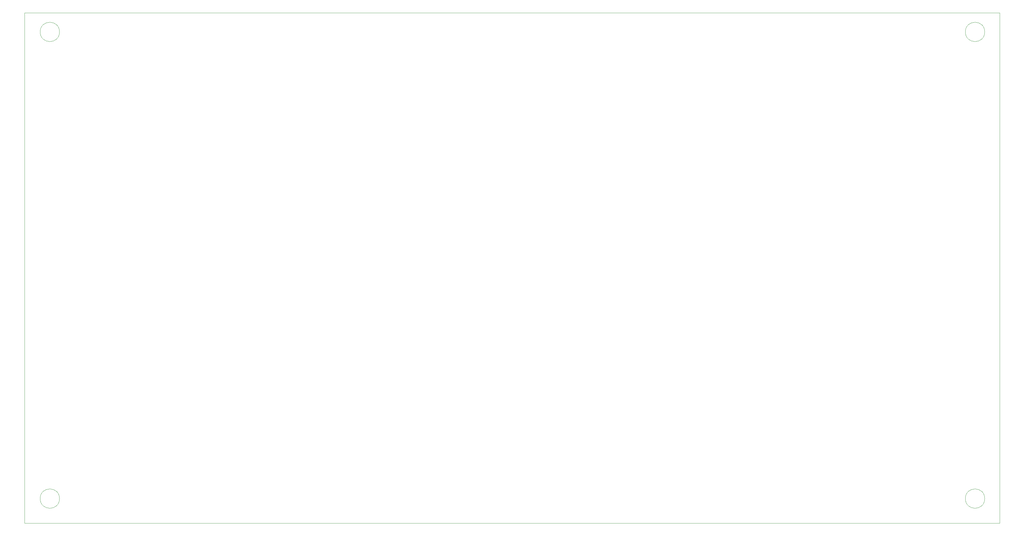
<source format=gbr>
%TF.GenerationSoftware,KiCad,Pcbnew,8.0.3*%
%TF.CreationDate,2024-06-29T11:43:37-07:00*%
%TF.ProjectId,CustomKeyboard,43757374-6f6d-44b6-9579-626f6172642e,rev?*%
%TF.SameCoordinates,Original*%
%TF.FileFunction,Profile,NP*%
%FSLAX46Y46*%
G04 Gerber Fmt 4.6, Leading zero omitted, Abs format (unit mm)*
G04 Created by KiCad (PCBNEW 8.0.3) date 2024-06-29 11:43:37*
%MOMM*%
%LPD*%
G01*
G04 APERTURE LIST*
%TA.AperFunction,Profile*%
%ADD10C,0.050000*%
%TD*%
G04 APERTURE END LIST*
D10*
X325580000Y-165100000D02*
G75*
G02*
X319580000Y-165100000I-3000000J0D01*
G01*
X319580000Y-165100000D02*
G75*
G02*
X325580000Y-165100000I3000000J0D01*
G01*
X38560000Y-165100000D02*
G75*
G02*
X32560000Y-165100000I-3000000J0D01*
G01*
X32560000Y-165100000D02*
G75*
G02*
X38560000Y-165100000I3000000J0D01*
G01*
X325580000Y-20320000D02*
G75*
G02*
X319580000Y-20320000I-3000000J0D01*
G01*
X319580000Y-20320000D02*
G75*
G02*
X325580000Y-20320000I3000000J0D01*
G01*
X38560000Y-20320000D02*
G75*
G02*
X32560000Y-20320000I-3000000J0D01*
G01*
X32560000Y-20320000D02*
G75*
G02*
X38560000Y-20320000I3000000J0D01*
G01*
X27686000Y-14426000D02*
X330200000Y-14426000D01*
X330200000Y-172720000D01*
X27686000Y-172720000D01*
X27686000Y-14426000D01*
M02*

</source>
